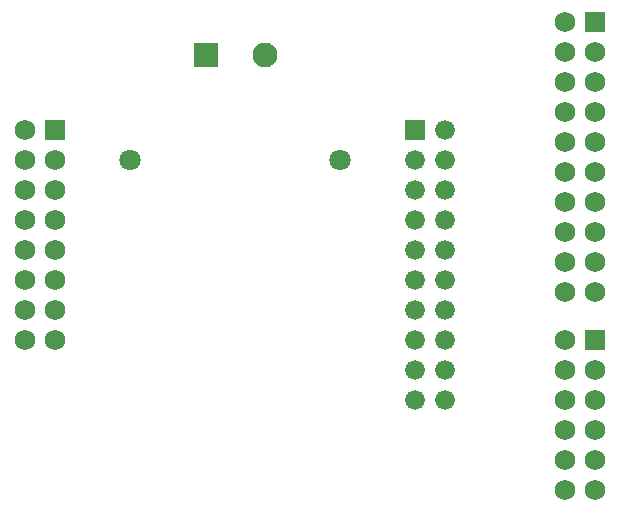
<source format=gbs>
G04 Layer_Color=16711935*
%FSLAX25Y25*%
%MOIN*%
G70*
G01*
G75*
%ADD29C,0.06584*%
%ADD30R,0.06584X0.06584*%
%ADD31C,0.06899*%
%ADD32R,0.06899X0.06899*%
%ADD33R,0.08277X0.08277*%
%ADD34C,0.08277*%
%ADD35C,0.07096*%
D29*
X280000Y360000D02*
D03*
X270000D02*
D03*
X280000Y370000D02*
D03*
X270000D02*
D03*
X280000Y380000D02*
D03*
X270000D02*
D03*
X280000Y390000D02*
D03*
X270000D02*
D03*
X280000Y400000D02*
D03*
X270000D02*
D03*
X280000Y410000D02*
D03*
X270000D02*
D03*
X280000Y420000D02*
D03*
X270000D02*
D03*
X280000Y430000D02*
D03*
X270000D02*
D03*
X280000Y440000D02*
D03*
X270000D02*
D03*
X280000Y450000D02*
D03*
D30*
X270000D02*
D03*
D31*
X320000Y396000D02*
D03*
Y406000D02*
D03*
Y416000D02*
D03*
Y426000D02*
D03*
Y436000D02*
D03*
Y446000D02*
D03*
Y456000D02*
D03*
Y466000D02*
D03*
Y476000D02*
D03*
Y486000D02*
D03*
X330000Y406000D02*
D03*
Y426000D02*
D03*
Y446000D02*
D03*
Y456000D02*
D03*
Y466000D02*
D03*
Y476000D02*
D03*
Y436000D02*
D03*
Y416000D02*
D03*
Y396000D02*
D03*
X140000Y380000D02*
D03*
Y390000D02*
D03*
Y400000D02*
D03*
Y410000D02*
D03*
Y420000D02*
D03*
Y430000D02*
D03*
Y440000D02*
D03*
Y450000D02*
D03*
X150000Y390000D02*
D03*
Y410000D02*
D03*
Y420000D02*
D03*
Y430000D02*
D03*
Y440000D02*
D03*
Y400000D02*
D03*
Y380000D02*
D03*
X320000Y330000D02*
D03*
Y340000D02*
D03*
Y350000D02*
D03*
Y360000D02*
D03*
Y370000D02*
D03*
Y380000D02*
D03*
X330000Y340000D02*
D03*
Y350000D02*
D03*
Y360000D02*
D03*
Y370000D02*
D03*
Y330000D02*
D03*
D32*
Y486000D02*
D03*
X150000Y450000D02*
D03*
X330000Y380000D02*
D03*
D33*
X200315Y475000D02*
D03*
D34*
X220000D02*
D03*
D35*
X175000Y440000D02*
D03*
X245000D02*
D03*
M02*

</source>
